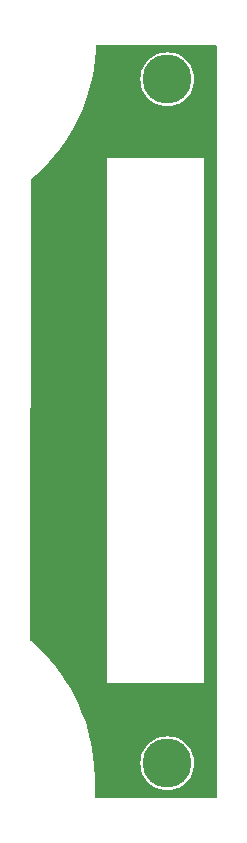
<source format=gbr>
G04 #@! TF.GenerationSoftware,KiCad,Pcbnew,6.0.4*
G04 #@! TF.CreationDate,2022-05-04T21:58:05-05:00*
G04 #@! TF.ProjectId,8ch_mas_flex_stiffener,3863685f-6d61-4735-9f66-6c65785f7374,rev?*
G04 #@! TF.SameCoordinates,Original*
G04 #@! TF.FileFunction,Copper,L2,Bot*
G04 #@! TF.FilePolarity,Positive*
%FSLAX46Y46*%
G04 Gerber Fmt 4.6, Leading zero omitted, Abs format (unit mm)*
G04 Created by KiCad (PCBNEW 6.0.4) date 2022-05-04 21:58:05*
%MOMM*%
%LPD*%
G01*
G04 APERTURE LIST*
G04 #@! TA.AperFunction,ComponentPad*
%ADD10C,4.150000*%
G04 #@! TD*
G04 APERTURE END LIST*
D10*
G04 #@! TO.P,J1,69*
G04 #@! TO.N,N/C*
X414974516Y-128093542D03*
G04 #@! TO.P,J1,70*
X414974516Y-70183542D03*
G04 #@! TD*
G04 #@! TA.AperFunction,NonConductor*
G36*
X419091201Y-67276502D02*
G01*
X419137694Y-67330158D01*
X419149080Y-67382500D01*
X419149080Y-130940700D01*
X419129078Y-131008821D01*
X419075422Y-131055314D01*
X419023080Y-131066700D01*
X409001091Y-131066700D01*
X408932970Y-131046698D01*
X408886477Y-130993042D01*
X408875171Y-130945180D01*
X408811877Y-129166010D01*
X408813786Y-129143961D01*
X408813556Y-129143939D01*
X408814234Y-129136827D01*
X408815710Y-129129845D01*
X408815697Y-129129127D01*
X408815187Y-129127076D01*
X408781436Y-128364828D01*
X408755917Y-128093542D01*
X412694134Y-128093542D01*
X412713643Y-128391192D01*
X412771836Y-128683748D01*
X412867718Y-128966206D01*
X412869539Y-128969899D01*
X412869540Y-128969901D01*
X412958640Y-129150578D01*
X412999647Y-129233733D01*
X413165367Y-129481751D01*
X413362042Y-129706016D01*
X413586307Y-129902691D01*
X413589733Y-129904980D01*
X413589738Y-129904984D01*
X413774594Y-130028500D01*
X413834325Y-130068411D01*
X413838024Y-130070235D01*
X413838029Y-130070238D01*
X414098157Y-130198518D01*
X414101852Y-130200340D01*
X414105750Y-130201663D01*
X414105752Y-130201664D01*
X414380400Y-130294895D01*
X414380404Y-130294896D01*
X414384310Y-130296222D01*
X414388354Y-130297026D01*
X414388360Y-130297028D01*
X414672823Y-130353611D01*
X414672826Y-130353611D01*
X414676866Y-130354415D01*
X414680977Y-130354684D01*
X414680981Y-130354685D01*
X414970397Y-130373654D01*
X414974516Y-130373924D01*
X414978635Y-130373654D01*
X415268051Y-130354685D01*
X415268055Y-130354684D01*
X415272166Y-130354415D01*
X415276206Y-130353611D01*
X415276209Y-130353611D01*
X415560672Y-130297028D01*
X415560678Y-130297026D01*
X415564722Y-130296222D01*
X415568628Y-130294896D01*
X415568632Y-130294895D01*
X415843280Y-130201664D01*
X415843282Y-130201663D01*
X415847180Y-130200340D01*
X415850875Y-130198518D01*
X416111003Y-130070238D01*
X416111008Y-130070235D01*
X416114707Y-130068411D01*
X416174438Y-130028500D01*
X416359294Y-129904984D01*
X416359299Y-129904980D01*
X416362725Y-129902691D01*
X416586990Y-129706016D01*
X416783665Y-129481751D01*
X416949385Y-129233733D01*
X416990393Y-129150578D01*
X417079492Y-128969901D01*
X417079493Y-128969899D01*
X417081314Y-128966206D01*
X417177196Y-128683748D01*
X417235389Y-128391192D01*
X417254898Y-128093542D01*
X417235389Y-127795892D01*
X417197356Y-127604685D01*
X417178002Y-127507386D01*
X417178000Y-127507380D01*
X417177196Y-127503336D01*
X417081314Y-127220878D01*
X416949385Y-126953351D01*
X416783665Y-126705333D01*
X416586990Y-126481068D01*
X416362725Y-126284393D01*
X416359299Y-126282104D01*
X416359294Y-126282100D01*
X416118140Y-126120967D01*
X416114707Y-126118673D01*
X416111008Y-126116849D01*
X416111003Y-126116846D01*
X415850875Y-125988566D01*
X415850873Y-125988565D01*
X415847180Y-125986744D01*
X415843280Y-125985420D01*
X415568632Y-125892189D01*
X415568628Y-125892188D01*
X415564722Y-125890862D01*
X415560678Y-125890058D01*
X415560672Y-125890056D01*
X415276209Y-125833473D01*
X415276206Y-125833473D01*
X415272166Y-125832669D01*
X415268055Y-125832400D01*
X415268051Y-125832399D01*
X414978635Y-125813430D01*
X414974516Y-125813160D01*
X414970397Y-125813430D01*
X414680981Y-125832399D01*
X414680977Y-125832400D01*
X414676866Y-125832669D01*
X414672826Y-125833473D01*
X414672823Y-125833473D01*
X414388360Y-125890056D01*
X414388354Y-125890058D01*
X414384310Y-125890862D01*
X414380404Y-125892188D01*
X414380400Y-125892189D01*
X414105752Y-125985420D01*
X414101852Y-125986744D01*
X414098159Y-125988565D01*
X414098157Y-125988566D01*
X413838029Y-126116846D01*
X413838024Y-126116849D01*
X413834325Y-126118673D01*
X413830892Y-126120967D01*
X413589738Y-126282100D01*
X413589733Y-126282104D01*
X413586307Y-126284393D01*
X413362042Y-126481068D01*
X413165367Y-126705333D01*
X412999647Y-126953351D01*
X412867718Y-127220878D01*
X412771836Y-127503336D01*
X412771032Y-127507380D01*
X412771030Y-127507386D01*
X412751676Y-127604685D01*
X412713643Y-127795892D01*
X412694134Y-128093542D01*
X408755917Y-128093542D01*
X408709930Y-127604685D01*
X408709929Y-127604677D01*
X408709784Y-127603135D01*
X408709566Y-127601621D01*
X408709563Y-127601600D01*
X408600721Y-126847478D01*
X408600497Y-126845926D01*
X408490823Y-126284393D01*
X408454142Y-126096583D01*
X408454141Y-126096577D01*
X408453844Y-126095058D01*
X408270185Y-125352374D01*
X408049970Y-124619697D01*
X407793740Y-123898825D01*
X407502123Y-123191527D01*
X407175836Y-122499540D01*
X406815679Y-121824561D01*
X406492473Y-121285000D01*
X409829000Y-121285000D01*
X418084000Y-121285000D01*
X418084000Y-76835000D01*
X409829000Y-76835000D01*
X409829000Y-121285000D01*
X406492473Y-121285000D01*
X406422536Y-121168246D01*
X405997372Y-120532207D01*
X405996432Y-120530941D01*
X405542176Y-119919278D01*
X405542164Y-119919263D01*
X405541230Y-119918005D01*
X405055230Y-119327146D01*
X404540564Y-118761082D01*
X404539451Y-118759974D01*
X404539441Y-118759963D01*
X404276551Y-118498134D01*
X403998496Y-118221200D01*
X403430355Y-117708827D01*
X403429156Y-117707849D01*
X403429141Y-117707836D01*
X403428773Y-117707536D01*
X403428747Y-117707498D01*
X403427960Y-117706823D01*
X403428140Y-117706613D01*
X403388634Y-117648976D01*
X403382423Y-117609841D01*
X403402064Y-78705511D01*
X403422100Y-78637401D01*
X403446539Y-78609504D01*
X403842209Y-78273741D01*
X403843391Y-78272738D01*
X404387832Y-77762877D01*
X404906680Y-77226995D01*
X404923733Y-77207565D01*
X405238814Y-76848548D01*
X405398694Y-76666374D01*
X405862696Y-76082356D01*
X406297574Y-75476341D01*
X406702288Y-74849778D01*
X407075868Y-74204168D01*
X407174567Y-74012547D01*
X407416713Y-73542431D01*
X407416724Y-73542408D01*
X407417420Y-73541057D01*
X407726126Y-72862033D01*
X407884212Y-72463654D01*
X408000673Y-72170171D01*
X408000678Y-72170157D01*
X408001248Y-72168721D01*
X408242126Y-71462780D01*
X408282094Y-71323733D01*
X408447753Y-70747401D01*
X408448184Y-70745902D01*
X408579456Y-70187661D01*
X408580425Y-70183542D01*
X412694134Y-70183542D01*
X412713643Y-70481192D01*
X412714447Y-70485232D01*
X412714447Y-70485235D01*
X412765992Y-70744366D01*
X412771836Y-70773748D01*
X412867718Y-71056206D01*
X412999647Y-71323733D01*
X413165367Y-71571751D01*
X413362042Y-71796016D01*
X413586307Y-71992691D01*
X413589733Y-71994980D01*
X413589738Y-71994984D01*
X413774594Y-72118500D01*
X413834325Y-72158411D01*
X413838024Y-72160235D01*
X413838029Y-72160238D01*
X414098157Y-72288518D01*
X414101852Y-72290340D01*
X414105750Y-72291663D01*
X414105752Y-72291664D01*
X414380400Y-72384895D01*
X414380404Y-72384896D01*
X414384310Y-72386222D01*
X414388354Y-72387026D01*
X414388360Y-72387028D01*
X414672823Y-72443611D01*
X414672826Y-72443611D01*
X414676866Y-72444415D01*
X414680977Y-72444684D01*
X414680981Y-72444685D01*
X414970397Y-72463654D01*
X414974516Y-72463924D01*
X414978635Y-72463654D01*
X415268051Y-72444685D01*
X415268055Y-72444684D01*
X415272166Y-72444415D01*
X415276206Y-72443611D01*
X415276209Y-72443611D01*
X415560672Y-72387028D01*
X415560678Y-72387026D01*
X415564722Y-72386222D01*
X415568628Y-72384896D01*
X415568632Y-72384895D01*
X415843280Y-72291664D01*
X415843282Y-72291663D01*
X415847180Y-72290340D01*
X415850875Y-72288518D01*
X416111003Y-72160238D01*
X416111008Y-72160235D01*
X416114707Y-72158411D01*
X416174438Y-72118500D01*
X416359294Y-71994984D01*
X416359299Y-71994980D01*
X416362725Y-71992691D01*
X416586990Y-71796016D01*
X416783665Y-71571751D01*
X416949385Y-71323733D01*
X417081314Y-71056206D01*
X417177196Y-70773748D01*
X417183041Y-70744366D01*
X417234585Y-70485235D01*
X417234585Y-70485232D01*
X417235389Y-70481192D01*
X417254898Y-70183542D01*
X417235389Y-69885892D01*
X417177196Y-69593336D01*
X417081314Y-69310878D01*
X417069154Y-69286220D01*
X416951212Y-69047055D01*
X416951209Y-69047050D01*
X416949385Y-69043351D01*
X416783665Y-68795333D01*
X416586990Y-68571068D01*
X416362725Y-68374393D01*
X416359299Y-68372104D01*
X416359294Y-68372100D01*
X416118140Y-68210967D01*
X416114707Y-68208673D01*
X416111008Y-68206849D01*
X416111003Y-68206846D01*
X415850875Y-68078566D01*
X415850873Y-68078565D01*
X415847180Y-68076744D01*
X415843280Y-68075420D01*
X415568632Y-67982189D01*
X415568628Y-67982188D01*
X415564722Y-67980862D01*
X415560678Y-67980058D01*
X415560672Y-67980056D01*
X415276209Y-67923473D01*
X415276206Y-67923473D01*
X415272166Y-67922669D01*
X415268055Y-67922400D01*
X415268051Y-67922399D01*
X414978635Y-67903430D01*
X414974516Y-67903160D01*
X414970397Y-67903430D01*
X414680981Y-67922399D01*
X414680977Y-67922400D01*
X414676866Y-67922669D01*
X414672826Y-67923473D01*
X414672823Y-67923473D01*
X414388360Y-67980056D01*
X414388354Y-67980058D01*
X414384310Y-67980862D01*
X414380404Y-67982188D01*
X414380400Y-67982189D01*
X414105752Y-68075420D01*
X414101852Y-68076744D01*
X414098159Y-68078565D01*
X414098157Y-68078566D01*
X413838029Y-68206846D01*
X413838024Y-68206849D01*
X413834325Y-68208673D01*
X413830892Y-68210967D01*
X413589738Y-68372100D01*
X413589733Y-68372104D01*
X413586307Y-68374393D01*
X413362042Y-68571068D01*
X413165367Y-68795333D01*
X412999647Y-69043351D01*
X412997823Y-69047050D01*
X412997820Y-69047055D01*
X412879878Y-69286220D01*
X412867718Y-69310878D01*
X412771836Y-69593336D01*
X412713643Y-69885892D01*
X412694134Y-70183542D01*
X408580425Y-70183542D01*
X408618572Y-70021318D01*
X408618574Y-70021308D01*
X408618928Y-70019803D01*
X408642818Y-69890007D01*
X408753671Y-69287733D01*
X408753674Y-69287714D01*
X408753949Y-69286220D01*
X408852925Y-68546912D01*
X408915618Y-67803646D01*
X408915672Y-67802121D01*
X408930611Y-67378064D01*
X408952999Y-67310690D01*
X409008258Y-67266115D01*
X409056533Y-67256500D01*
X419023080Y-67256500D01*
X419091201Y-67276502D01*
G37*
G04 #@! TD.AperFunction*
M02*

</source>
